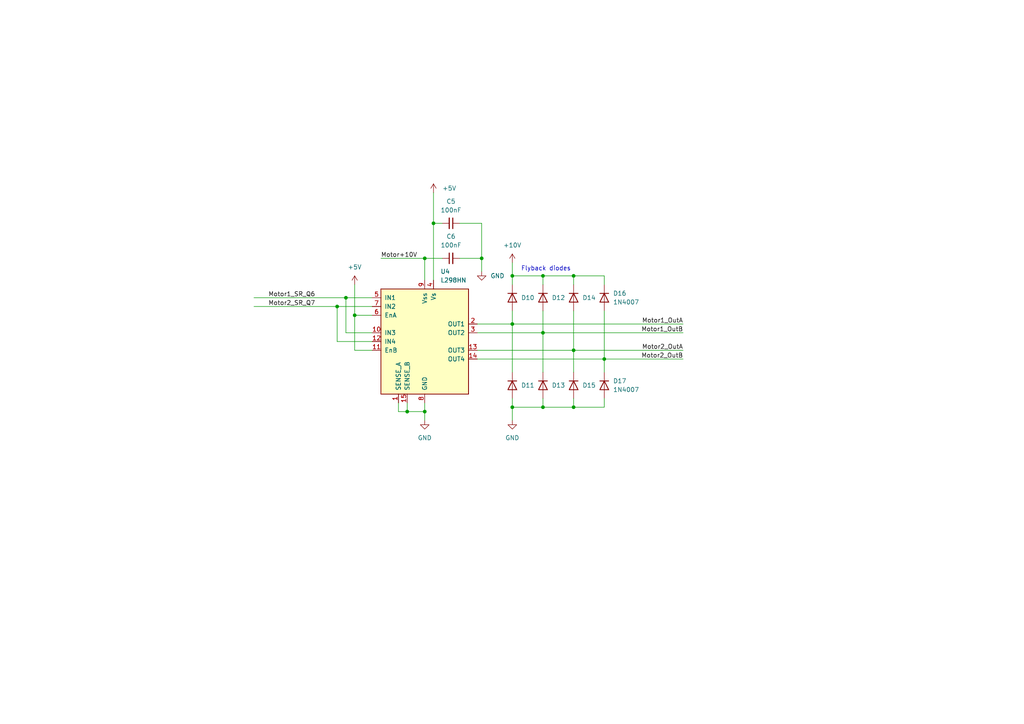
<source format=kicad_sch>
(kicad_sch (version 20211123) (generator eeschema)
  (paper "A4")
  (title_block (title "L298N motor driver"))
  (lib_symbols
    (symbol "Device:C_Small" (pin_numbers hide) (pin_names (offset 0.254) hide)
      (property "Reference" "C" (at 0.254 1.778 0))
      (property "Value" "C_Small" (at 0.254 -2.032 0))
      (symbol "C_Small_0_1"
        (polyline (pts (xy -1.524 -0.508) (xy 1.524 -0.508)) (stroke (width 0.3302)))
        (polyline (pts (xy -1.524 0.508) (xy 1.524 0.508)) (stroke (width 0.3048)))
      )
      (symbol "C_Small_1_1"
        (pin passive line (at 0 2.54 270) (length 2.032) (name "~") (number "1"))
        (pin passive line (at 0 -2.54 90) (length 2.032) (name "~") (number "2"))
      )
    )
    (symbol "Diode:1N4007" (pin_numbers hide) (pin_names (offset 1.016) hide)
      (property "Reference" "D" (at 0 2.54 0))
      (property "Value" "1N4007" (at 0 -2.54 0))
      (symbol "1N4007_0_1"
        (polyline (pts (xy -1.27 1.27) (xy -1.27 -1.27)) (stroke (width 0.254)))
        (polyline (pts (xy 1.27 0) (xy -1.27 0)))
        (polyline (pts (xy 1.27 1.27) (xy 1.27 -1.27) (xy -1.27 0) (xy 1.27 1.27)) (stroke (width 0.254)))
      )
      (symbol "1N4007_1_1"
        (pin passive line (at -3.81 0 0) (length 2.54) (name "K") (number "1"))
        (pin passive line (at 3.81 0 180) (length 2.54) (name "A") (number "2"))
      )
    )
    (symbol "Driver_Motor:L298HN" (pin_names (offset 1.016))
      (property "Reference" "U" (at -10.16 16.51 0))
      (property "Value" "L298HN" (at 12.7 16.51 0))
      (symbol "L298HN_0_1"
        (rectangle (start -12.7 15.24) (end 12.7 -15.24) (stroke (width 0.254)) (fill (type background)))
      )
      (symbol "L298HN_1_1"
        (pin power_in line (at -7.62 -17.78 90) (length 2.54) (name "SENSE_A") (number "1"))
        (pin input line (at -15.24 2.54 0) (length 2.54) (name "IN3") (number "10"))
        (pin input line (at -15.24 -2.54 0) (length 2.54) (name "EnB") (number "11"))
        (pin input line (at -15.24 0 0) (length 2.54) (name "IN4") (number "12"))
        (pin output line (at 15.24 -2.54 180) (length 2.54) (name "OUT3") (number "13"))
        (pin output line (at 15.24 -5.08 180) (length 2.54) (name "OUT4") (number "14"))
        (pin power_in line (at -5.08 -17.78 90) (length 2.54) (name "SENSE_B") (number "15"))
        (pin output line (at 15.24 5.08 180) (length 2.54) (name "OUT1") (number "2"))
        (pin output line (at 15.24 2.54 180) (length 2.54) (name "OUT2") (number "3"))
        (pin power_in line (at 2.54 17.78 270) (length 2.54) (name "Vs") (number "4"))
        (pin input line (at -15.24 12.7 0) (length 2.54) (name "IN1") (number "5"))
        (pin input line (at -15.24 7.62 0) (length 2.54) (name "EnA") (number "6"))
        (pin input line (at -15.24 10.16 0) (length 2.54) (name "IN2") (number "7"))
        (pin power_in line (at 0 -17.78 90) (length 2.54) (name "GND") (number "8"))
        (pin power_in line (at 0 17.78 270) (length 2.54) (name "Vss") (number "9"))
      )
    )
    (symbol "power:+10V" (power) (pin_names (offset 0))
      (property "Value" "+10V" (at 0 3.556 0))
      (symbol "+10V_0_1"
        (polyline (pts (xy -0.762 1.27) (xy 0 2.54)))
        (polyline (pts (xy 0 0) (xy 0 2.54)))
        (polyline (pts (xy 0 2.54) (xy 0.762 1.27)))
      )
      (symbol "+10V_1_1"
        (pin power_in line (at 0 0 90) (length 0) hide (name "+10V") (number "1"))
      )
    )
    (symbol "power:+5V" (power) (pin_names (offset 0))
      (property "Value" "+5V" (at 0 3.556 0))
      (symbol "+5V_0_1"
        (polyline (pts (xy -0.762 1.27) (xy 0 2.54)))
        (polyline (pts (xy 0 0) (xy 0 2.54)))
        (polyline (pts (xy 0 2.54) (xy 0.762 1.27)))
      )
      (symbol "+5V_1_1"
        (pin power_in line (at 0 0 90) (length 0) hide (name "+5V") (number "1"))
      )
    )
    (symbol "power:GND" (power) (pin_names (offset 0))
      (property "Value" "GND" (at 0 -3.81 0))
      (symbol "GND_0_1"
        (polyline (pts (xy 0 0) (xy 0 -1.27) (xy 1.27 -1.27) (xy 0 -2.54) (xy -1.27 -1.27) (xy 0 -1.27)))
      )
      (symbol "GND_1_1"
        (pin power_in line (at 0 0 270) (length 0) hide (name "GND") (number "1"))
      )
    )
  )
  (junction (at 148.59 80.01))
  (junction (at 102.87 91.44))
  (junction (at 139.7 74.93))
  (junction (at 157.48 80.01))
  (junction (at 148.59 118.11))
  (junction (at 166.37 118.11))
  (junction (at 118.11 119.38))
  (junction (at 97.79 88.9))
  (junction (at 125.73 64.77))
  (junction (at 166.37 101.6))
  (junction (at 148.59 93.98))
  (junction (at 100.33 86.36))
  (junction (at 123.19 119.38))
  (junction (at 157.48 96.52))
  (junction (at 166.37 80.01))
  (junction (at 175.26 104.14))
  (junction (at 157.48 118.11))
  (junction (at 123.19 74.93))
  (wire (pts (xy 107.95 96.52) (xy 100.33 96.52)))
  (wire (pts (xy 139.7 74.93) (xy 139.7 78.74)))
  (wire (pts (xy 157.48 118.11) (xy 166.37 118.11)))
  (wire (pts (xy 157.48 80.01) (xy 166.37 80.01)))
  (wire (pts (xy 73.66 86.36) (xy 100.33 86.36)))
  (wire (pts (xy 175.26 82.55) (xy 175.26 80.01)))
  (wire (pts (xy 123.19 74.93) (xy 128.27 74.93)))
  (wire (pts (xy 157.48 115.57) (xy 157.48 118.11)))
  (wire (pts (xy 97.79 88.9) (xy 97.79 99.06)))
  (wire (pts (xy 148.59 76.2) (xy 148.59 80.01)))
  (wire (pts (xy 148.59 93.98) (xy 198.12 93.98)))
  (wire (pts (xy 110.49 74.93) (xy 123.19 74.93)))
  (wire (pts (xy 166.37 80.01) (xy 166.37 82.55)))
  (wire (pts (xy 175.26 115.57) (xy 175.26 118.11)))
  (wire (pts (xy 138.43 104.14) (xy 175.26 104.14)))
  (wire (pts (xy 139.7 74.93) (xy 139.7 64.77)))
  (wire (pts (xy 157.48 80.01) (xy 157.48 82.55)))
  (wire (pts (xy 166.37 80.01) (xy 175.26 80.01)))
  (wire (pts (xy 102.87 91.44) (xy 107.95 91.44)))
  (wire (pts (xy 138.43 96.52) (xy 157.48 96.52)))
  (wire (pts (xy 100.33 96.52) (xy 100.33 86.36)))
  (wire (pts (xy 102.87 82.55) (xy 102.87 91.44)))
  (wire (pts (xy 157.48 96.52) (xy 157.48 107.95)))
  (wire (pts (xy 123.19 74.93) (xy 123.19 81.28)))
  (wire (pts (xy 148.59 93.98) (xy 148.59 107.95)))
  (wire (pts (xy 175.26 104.14) (xy 175.26 107.95)))
  (wire (pts (xy 166.37 101.6) (xy 198.12 101.6)))
  (wire (pts (xy 166.37 101.6) (xy 166.37 107.95)))
  (wire (pts (xy 148.59 118.11) (xy 157.48 118.11)))
  (wire (pts (xy 139.7 64.77) (xy 133.35 64.77)))
  (wire (pts (xy 166.37 90.17) (xy 166.37 101.6)))
  (wire (pts (xy 125.73 64.77) (xy 125.73 81.28)))
  (wire (pts (xy 133.35 74.93) (xy 139.7 74.93)))
  (wire (pts (xy 97.79 99.06) (xy 107.95 99.06)))
  (wire (pts (xy 125.73 64.77) (xy 128.27 64.77)))
  (wire (pts (xy 100.33 86.36) (xy 107.95 86.36)))
  (wire (pts (xy 148.59 118.11) (xy 148.59 121.92)))
  (wire (pts (xy 138.43 101.6) (xy 166.37 101.6)))
  (wire (pts (xy 138.43 93.98) (xy 148.59 93.98)))
  (wire (pts (xy 115.57 116.84) (xy 115.57 119.38)))
  (wire (pts (xy 148.59 80.01) (xy 148.59 82.55)))
  (wire (pts (xy 118.11 119.38) (xy 123.19 119.38)))
  (wire (pts (xy 175.26 118.11) (xy 166.37 118.11)))
  (wire (pts (xy 175.26 90.17) (xy 175.26 104.14)))
  (wire (pts (xy 73.66 88.9) (xy 97.79 88.9)))
  (wire (pts (xy 97.79 88.9) (xy 107.95 88.9)))
  (wire (pts (xy 157.48 90.17) (xy 157.48 96.52)))
  (wire (pts (xy 148.59 80.01) (xy 157.48 80.01)))
  (wire (pts (xy 118.11 116.84) (xy 118.11 119.38)))
  (wire (pts (xy 166.37 115.57) (xy 166.37 118.11)))
  (wire (pts (xy 102.87 101.6) (xy 107.95 101.6)))
  (wire (pts (xy 123.19 119.38) (xy 123.19 121.92)))
  (wire (pts (xy 115.57 119.38) (xy 118.11 119.38)))
  (wire (pts (xy 148.59 115.57) (xy 148.59 118.11)))
  (wire (pts (xy 123.19 116.84) (xy 123.19 119.38)))
  (wire (pts (xy 175.26 104.14) (xy 198.12 104.14)))
  (wire (pts (xy 125.73 55.88) (xy 125.73 64.77)))
  (wire (pts (xy 102.87 91.44) (xy 102.87 101.6)))
  (wire (pts (xy 148.59 90.17) (xy 148.59 93.98)))
  (wire (pts (xy 157.48 96.52) (xy 198.12 96.52)))
  (text "Flyback diodes" (at 151.13 78.74 0) (effects (font (size 1.27 1.27)) (justify left bottom)))
  (label "Motor+10V" (at 110.49 74.93 0))
  (label "Motor1_OutA" (at 198.12 93.98 180))
  (label "Motor1_SR_Q6" (at 91.44 86.36 180))
  (label "Motor2_OutB" (at 198.12 104.14 180))
  (label "Motor1_OutB" (at 198.12 96.52 180))
  (label "Motor2_SR_Q7" (at 91.44 88.9 180))
  (label "Motor2_OutA" (at 198.12 101.6 180))
  (symbol (lib_id "Device:C_Small") (at 130.81 64.77 270) (unit 1)
    (property "Reference" "C5" (at 130.8036 58.42 90))
    (property "Value" "100nF" (at 130.8036 60.96 90))
    (property "Footprint" "Capacitor_THT:C_Disc_D4.7mm_W2.5mm_P5.00mm" (effects hide))
  )
  (symbol (lib_id "power:GND") (at 139.7 78.74 0) (unit 1)
    (property "Reference" "#PWR050" (effects hide))
    (property "Value" "GND" (at 142.24 80.0099 0) (effects (justify left)))
  )
  (symbol (lib_id "Diode:1N4007") (at 157.48 111.76 270) (unit 1)
    (property "Reference" "D13" (at 160.02 111.7599 90) (effects (justify left)))
    (property "Value" "1N4007" (effects hide))
    (property "Footprint" "Diode_THT:D_DO-41_SOD81_P10.16mm_Horizontal" (effects hide))
    (property "Datasheet" "http://www.vishay.com/docs/88503/1n4001.pdf" (effects hide))
  )
  (symbol (lib_id "Diode:1N4007") (at 166.37 111.76 270) (unit 1)
    (property "Reference" "D15" (at 168.91 111.7599 90) (effects (justify left)))
    (property "Value" "1N4007" (effects hide))
    (property "Footprint" "Diode_THT:D_DO-41_SOD81_P10.16mm_Horizontal" (effects hide))
    (property "Datasheet" "http://www.vishay.com/docs/88503/1n4001.pdf" (effects hide))
  )
  (symbol (lib_id "Diode:1N4007") (at 175.26 86.36 270) (unit 1)
    (property "Reference" "D16" (at 177.8 85.0899 90) (effects (justify left)))
    (property "Value" "1N4007" (at 177.8 87.6299 90) (effects (justify left)))
    (property "Footprint" "Diode_THT:D_DO-41_SOD81_P10.16mm_Horizontal" (effects hide))
    (property "Datasheet" "http://www.vishay.com/docs/88503/1n4001.pdf" (effects hide))
  )
  (symbol (lib_id "power:GND") (at 123.19 121.92 0) (unit 1)
    (property "Reference" "#PWR048" (effects hide))
    (property "Value" "GND" (at 123.19 127 0))
  )
  (symbol (lib_id "Diode:1N4007") (at 148.59 111.76 270) (unit 1)
    (property "Reference" "D11" (at 151.13 111.7599 90) (effects (justify left)))
    (property "Value" "1N4007" (effects hide))
    (property "Footprint" "Diode_THT:D_DO-41_SOD81_P10.16mm_Horizontal" (effects hide))
    (property "Datasheet" "http://www.vishay.com/docs/88503/1n4001.pdf" (effects hide))
  )
  (symbol (lib_id "Diode:1N4007") (at 175.26 111.76 270) (unit 1)
    (property "Reference" "D17" (at 177.8 110.4899 90) (effects (justify left)))
    (property "Value" "1N4007" (at 177.8 113.0299 90) (effects (justify left)))
    (property "Footprint" "Diode_THT:D_DO-41_SOD81_P10.16mm_Horizontal" (effects hide))
    (property "Datasheet" "http://www.vishay.com/docs/88503/1n4001.pdf" (effects hide))
  )
  (symbol (lib_id "Diode:1N4007") (at 148.59 86.36 270) (unit 1)
    (property "Reference" "D10" (at 151.13 86.3599 90) (effects (justify left)))
    (property "Value" "1N4007" (effects hide))
    (property "Footprint" "Diode_THT:D_DO-41_SOD81_P10.16mm_Horizontal" (effects hide))
    (property "Datasheet" "http://www.vishay.com/docs/88503/1n4001.pdf" (effects hide))
  )
  (symbol (lib_id "power:+5V") (at 125.73 55.88 0) (unit 1)
    (property "Reference" "#PWR049" (effects hide))
    (property "Value" "+5V" (at 128.27 54.6099 0) (effects (justify left)))
  )
  (symbol (lib_id "power:+10V") (at 148.59 76.2 0) (unit 1)
    (property "Reference" "#PWR?" (effects hide))
    (property "Value" "+10V" (at 148.59 71.12 0))
  )
  (symbol (lib_id "Driver_Motor:L298HN") (at 123.19 99.06 0) (unit 1)
    (property "Reference" "U4" (at 127.7494 78.74 0) (effects (justify left)))
    (property "Value" "L298HN" (at 127.7494 81.28 0) (effects (justify left)))
    (property "Footprint" "Package_TO_SOT_THT:TO-220-15_P2.54x2.54mm_StaggerOdd_Lead4.58mm_Vertical" (effects hide))
    (property "Datasheet" "http://www.st.com/st-web-ui/static/active/en/resource/technical/document/datasheet/CD00000240.pdf" (effects hide))
  )
  (symbol (lib_id "power:GND") (at 148.59 121.92 0) (unit 1)
    (property "Reference" "#PWR052" (effects hide))
    (property "Value" "GND" (at 148.59 127 0))
  )
  (symbol (lib_id "Diode:1N4007") (at 166.37 86.36 270) (unit 1)
    (property "Reference" "D14" (at 168.91 86.3599 90) (effects (justify left)))
    (property "Value" "1N4007" (effects hide))
    (property "Footprint" "Diode_THT:D_DO-41_SOD81_P10.16mm_Horizontal" (effects hide))
    (property "Datasheet" "http://www.vishay.com/docs/88503/1n4001.pdf" (effects hide))
  )
  (symbol (lib_id "Device:C_Small") (at 130.81 74.93 90) (unit 1)
    (property "Reference" "C6" (at 130.8163 68.58 90))
    (property "Value" "100nF" (at 130.8163 71.12 90))
    (property "Footprint" "Capacitor_THT:C_Disc_D4.7mm_W2.5mm_P5.00mm" (effects hide))
  )
  (symbol (lib_id "Diode:1N4007") (at 157.48 86.36 270) (unit 1)
    (property "Reference" "D12" (at 160.02 86.3599 90) (effects (justify left)))
    (property "Value" "1N4007" (effects hide))
    (property "Footprint" "Diode_THT:D_DO-41_SOD81_P10.16mm_Horizontal" (effects hide))
    (property "Datasheet" "http://www.vishay.com/docs/88503/1n4001.pdf" (effects hide))
  )
  (symbol (lib_id "power:+5V") (at 102.87 82.55 0) (unit 1)
    (property "Reference" "#PWR047" (effects hide))
    (property "Value" "+5V" (at 102.87 77.47 0))
  )
)
</source>
